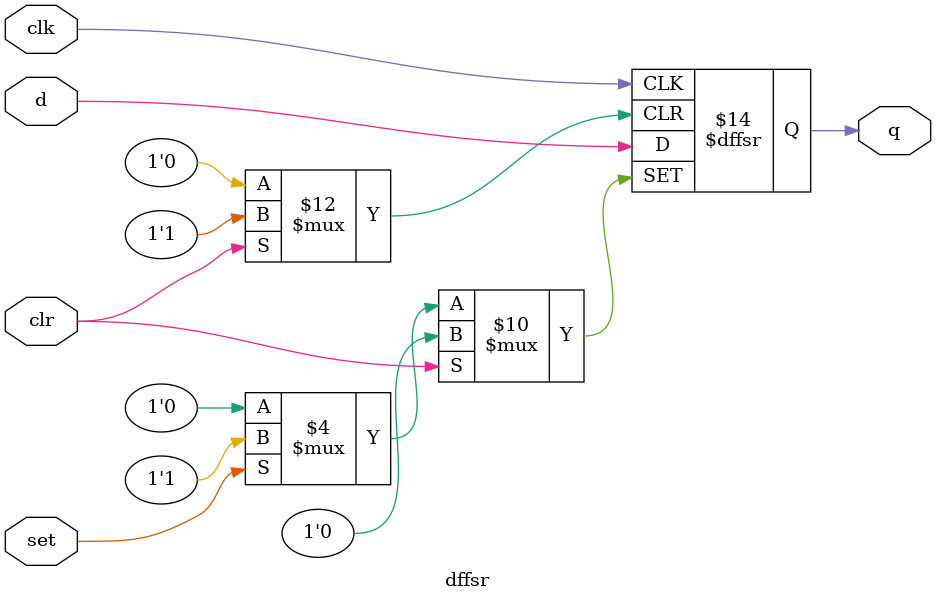
<source format=v>
module dffsr( input clk, d, clr, set, output reg q );
	always @( posedge clk, posedge set, posedge clr)
		if ( clr )
			q <= 0;
		else if (set)
			q <= 1;
		else
			q <= d;
endmodule

</source>
